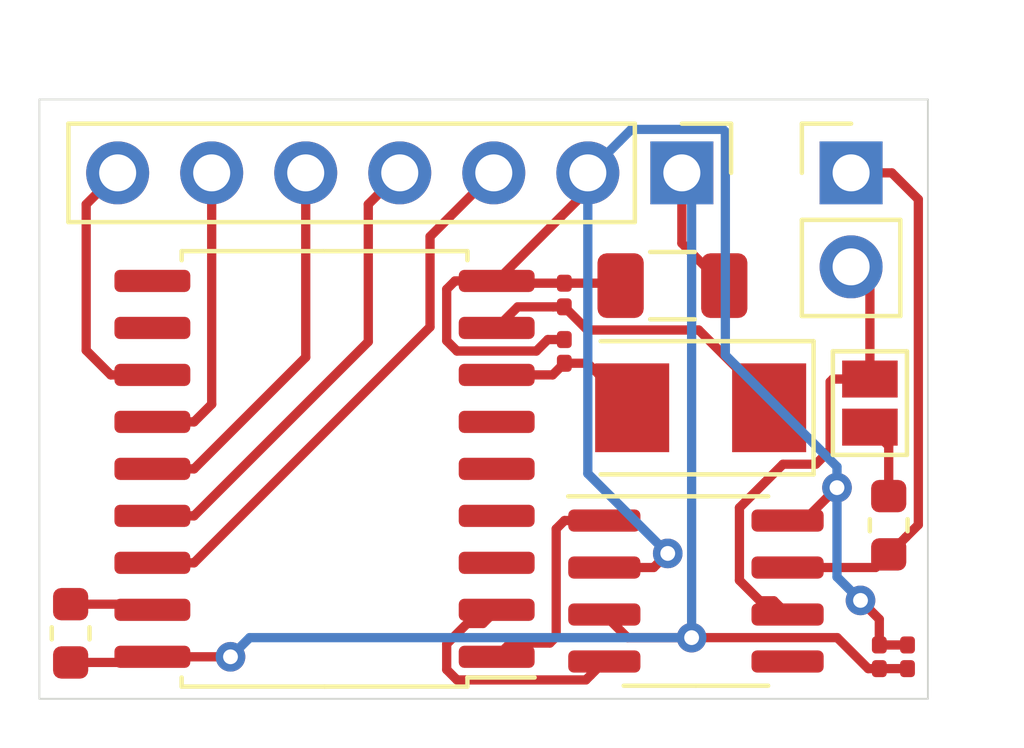
<source format=kicad_pcb>
(kicad_pcb (version 20171130) (host pcbnew "(5.1.4)-1")

  (general
    (thickness 1.6)
    (drawings 4)
    (tracks 117)
    (zones 0)
    (modules 13)
    (nets 23)
  )

  (page A4)
  (layers
    (0 F.Cu signal)
    (31 B.Cu signal)
    (32 B.Adhes user)
    (33 F.Adhes user)
    (34 B.Paste user)
    (35 F.Paste user)
    (36 B.SilkS user)
    (37 F.SilkS user)
    (38 B.Mask user)
    (39 F.Mask user)
    (40 Dwgs.User user)
    (41 Cmts.User user)
    (42 Eco1.User user)
    (43 Eco2.User user)
    (44 Edge.Cuts user)
    (45 Margin user)
    (46 B.CrtYd user)
    (47 F.CrtYd user)
    (48 B.Fab user)
    (49 F.Fab user)
  )

  (setup
    (last_trace_width 0.25)
    (trace_clearance 0.2)
    (zone_clearance 0.508)
    (zone_45_only no)
    (trace_min 0.2)
    (via_size 0.8)
    (via_drill 0.4)
    (via_min_size 0.4)
    (via_min_drill 0.3)
    (uvia_size 0.3)
    (uvia_drill 0.1)
    (uvias_allowed no)
    (uvia_min_size 0.2)
    (uvia_min_drill 0.1)
    (edge_width 0.05)
    (segment_width 0.2)
    (pcb_text_width 0.3)
    (pcb_text_size 1.5 1.5)
    (mod_edge_width 0.12)
    (mod_text_size 1 1)
    (mod_text_width 0.15)
    (pad_size 1.524 1.524)
    (pad_drill 0.762)
    (pad_to_mask_clearance 0.051)
    (solder_mask_min_width 0.25)
    (aux_axis_origin 0 0)
    (visible_elements 7FFFFFFF)
    (pcbplotparams
      (layerselection 0x010fc_ffffffff)
      (usegerberextensions false)
      (usegerberattributes false)
      (usegerberadvancedattributes false)
      (creategerberjobfile false)
      (excludeedgelayer true)
      (linewidth 0.100000)
      (plotframeref false)
      (viasonmask false)
      (mode 1)
      (useauxorigin false)
      (hpglpennumber 1)
      (hpglpenspeed 20)
      (hpglpendiameter 15.000000)
      (psnegative false)
      (psa4output false)
      (plotreference true)
      (plotvalue true)
      (plotinvisibletext false)
      (padsonsilk false)
      (subtractmaskfromsilk false)
      (outputformat 1)
      (mirror false)
      (drillshape 0)
      (scaleselection 1)
      (outputdirectory "gbr/"))
  )

  (net 0 "")
  (net 1 VCC)
  (net 2 GND)
  (net 3 "Net-(C3-Pad1)")
  (net 4 "Net-(C4-Pad1)")
  (net 5 "Net-(J3-Pad1)")
  (net 6 "Net-(J3-Pad2)")
  (net 7 "Net-(J4-Pad3)")
  (net 8 "Net-(J4-Pad4)")
  (net 9 "Net-(J4-Pad5)")
  (net 10 "Net-(J4-Pad6)")
  (net 11 "Net-(J4-Pad7)")
  (net 12 "Net-(JP1-Pad1)")
  (net 13 "Net-(R3-Pad2)")
  (net 14 "Net-(U1-Pad1)")
  (net 15 "Net-(U1-Pad4)")
  (net 16 "Net-(U1-Pad5)")
  (net 17 "Net-(U2-Pad3)")
  (net 18 "Net-(U2-Pad4)")
  (net 19 "Net-(U2-Pad5)")
  (net 20 "Net-(U2-Pad6)")
  (net 21 "Net-(U2-Pad10)")
  (net 22 "Net-(U2-Pad11)")

  (net_class Default "Dies ist die voreingestellte Netzklasse."
    (clearance 0.2)
    (trace_width 0.25)
    (via_dia 0.8)
    (via_drill 0.4)
    (uvia_dia 0.3)
    (uvia_drill 0.1)
    (add_net GND)
    (add_net "Net-(C3-Pad1)")
    (add_net "Net-(C4-Pad1)")
    (add_net "Net-(J3-Pad1)")
    (add_net "Net-(J3-Pad2)")
    (add_net "Net-(J4-Pad3)")
    (add_net "Net-(J4-Pad4)")
    (add_net "Net-(J4-Pad5)")
    (add_net "Net-(J4-Pad6)")
    (add_net "Net-(J4-Pad7)")
    (add_net "Net-(JP1-Pad1)")
    (add_net "Net-(R3-Pad2)")
    (add_net "Net-(U1-Pad1)")
    (add_net "Net-(U1-Pad4)")
    (add_net "Net-(U1-Pad5)")
    (add_net "Net-(U2-Pad10)")
    (add_net "Net-(U2-Pad11)")
    (add_net "Net-(U2-Pad3)")
    (add_net "Net-(U2-Pad4)")
    (add_net "Net-(U2-Pad5)")
    (add_net "Net-(U2-Pad6)")
    (add_net VCC)
  )

  (module Resistor_SMD:R_1206_3216Metric (layer F.Cu) (tedit 5B301BBD) (tstamp 5EA5D17A)
    (at 165.1 103.632 180)
    (descr "Resistor SMD 1206 (3216 Metric), square (rectangular) end terminal, IPC_7351 nominal, (Body size source: http://www.tortai-tech.com/upload/download/2011102023233369053.pdf), generated with kicad-footprint-generator")
    (tags resistor)
    (path /5E9123FE)
    (attr smd)
    (fp_text reference C1 (at 0 -1.82) (layer F.Fab)
      (effects (font (size 1 1) (thickness 0.15)))
    )
    (fp_text value C7171 (at 0 1.82) (layer F.Fab)
      (effects (font (size 1 1) (thickness 0.15)))
    )
    (fp_line (start -1.6 0.8) (end -1.6 -0.8) (layer F.Fab) (width 0.1))
    (fp_line (start -1.6 -0.8) (end 1.6 -0.8) (layer F.Fab) (width 0.1))
    (fp_line (start 1.6 -0.8) (end 1.6 0.8) (layer F.Fab) (width 0.1))
    (fp_line (start 1.6 0.8) (end -1.6 0.8) (layer F.Fab) (width 0.1))
    (fp_line (start -0.602064 -0.91) (end 0.602064 -0.91) (layer F.SilkS) (width 0.12))
    (fp_line (start -0.602064 0.91) (end 0.602064 0.91) (layer F.SilkS) (width 0.12))
    (fp_line (start -2.28 1.12) (end -2.28 -1.12) (layer F.CrtYd) (width 0.05))
    (fp_line (start -2.28 -1.12) (end 2.28 -1.12) (layer F.CrtYd) (width 0.05))
    (fp_line (start 2.28 -1.12) (end 2.28 1.12) (layer F.CrtYd) (width 0.05))
    (fp_line (start 2.28 1.12) (end -2.28 1.12) (layer F.CrtYd) (width 0.05))
    (fp_text user %R (at 0 0) (layer F.Fab)
      (effects (font (size 0.8 0.8) (thickness 0.12)))
    )
    (pad 1 smd roundrect (at -1.4 0 180) (size 1.25 1.75) (layers F.Cu F.Paste F.Mask) (roundrect_rratio 0.2)
      (net 1 VCC))
    (pad 2 smd roundrect (at 1.4 0 180) (size 1.25 1.75) (layers F.Cu F.Paste F.Mask) (roundrect_rratio 0.2)
      (net 2 GND))
    (model ${KISYS3DMOD}/Resistor_SMD.3dshapes/R_1206_3216Metric.wrl
      (at (xyz 0 0 0))
      (scale (xyz 1 1 1))
      (rotate (xyz 0 0 0))
    )
  )

  (module Capacitor_SMD:C_0201_0603Metric (layer F.Cu) (tedit 5B301BBE) (tstamp 5EA5D18B)
    (at 170.688 113.665 90)
    (descr "Capacitor SMD 0201 (0603 Metric), square (rectangular) end terminal, IPC_7351 nominal, (Body size source: https://www.vishay.com/docs/20052/crcw0201e3.pdf), generated with kicad-footprint-generator")
    (tags capacitor)
    (path /5E912C6B)
    (attr smd)
    (fp_text reference C2 (at 0.762 -2.54 90) (layer F.Fab)
      (effects (font (size 1 1) (thickness 0.15)))
    )
    (fp_text value 0,1uF (at 0 1.05 90) (layer F.Fab)
      (effects (font (size 1 1) (thickness 0.15)))
    )
    (fp_text user %R (at 0 -0.68 90) (layer F.Fab)
      (effects (font (size 0.25 0.25) (thickness 0.04)))
    )
    (fp_line (start 0.7 0.35) (end -0.7 0.35) (layer F.CrtYd) (width 0.05))
    (fp_line (start 0.7 -0.35) (end 0.7 0.35) (layer F.CrtYd) (width 0.05))
    (fp_line (start -0.7 -0.35) (end 0.7 -0.35) (layer F.CrtYd) (width 0.05))
    (fp_line (start -0.7 0.35) (end -0.7 -0.35) (layer F.CrtYd) (width 0.05))
    (fp_line (start 0.3 0.15) (end -0.3 0.15) (layer F.Fab) (width 0.1))
    (fp_line (start 0.3 -0.15) (end 0.3 0.15) (layer F.Fab) (width 0.1))
    (fp_line (start -0.3 -0.15) (end 0.3 -0.15) (layer F.Fab) (width 0.1))
    (fp_line (start -0.3 0.15) (end -0.3 -0.15) (layer F.Fab) (width 0.1))
    (pad 2 smd roundrect (at 0.32 0 90) (size 0.46 0.4) (layers F.Cu F.Mask) (roundrect_rratio 0.25)
      (net 2 GND))
    (pad 1 smd roundrect (at -0.32 0 90) (size 0.46 0.4) (layers F.Cu F.Mask) (roundrect_rratio 0.25)
      (net 1 VCC))
    (pad "" smd roundrect (at 0.345 0 90) (size 0.318 0.36) (layers F.Paste) (roundrect_rratio 0.25))
    (pad "" smd roundrect (at -0.345 0 90) (size 0.318 0.36) (layers F.Paste) (roundrect_rratio 0.25))
    (model ${KISYS3DMOD}/Capacitor_SMD.3dshapes/C_0201_0603Metric.wrl
      (at (xyz 0 0 0))
      (scale (xyz 1 1 1))
      (rotate (xyz 0 0 0))
    )
  )

  (module Capacitor_SMD:C_0201_0603Metric (layer F.Cu) (tedit 5B301BBE) (tstamp 5EA5D19C)
    (at 162.179 105.41 90)
    (descr "Capacitor SMD 0201 (0603 Metric), square (rectangular) end terminal, IPC_7351 nominal, (Body size source: https://www.vishay.com/docs/20052/crcw0201e3.pdf), generated with kicad-footprint-generator")
    (tags capacitor)
    (path /5E8FC944)
    (attr smd)
    (fp_text reference C3 (at 0 -1.05 90) (layer F.Fab)
      (effects (font (size 1 1) (thickness 0.15)))
    )
    (fp_text value 22pF (at 0 1.05 90) (layer F.Fab)
      (effects (font (size 1 1) (thickness 0.15)))
    )
    (fp_text user %R (at 0 -0.68 90) (layer F.Fab)
      (effects (font (size 0.25 0.25) (thickness 0.04)))
    )
    (fp_line (start 0.7 0.35) (end -0.7 0.35) (layer F.CrtYd) (width 0.05))
    (fp_line (start 0.7 -0.35) (end 0.7 0.35) (layer F.CrtYd) (width 0.05))
    (fp_line (start -0.7 -0.35) (end 0.7 -0.35) (layer F.CrtYd) (width 0.05))
    (fp_line (start -0.7 0.35) (end -0.7 -0.35) (layer F.CrtYd) (width 0.05))
    (fp_line (start 0.3 0.15) (end -0.3 0.15) (layer F.Fab) (width 0.1))
    (fp_line (start 0.3 -0.15) (end 0.3 0.15) (layer F.Fab) (width 0.1))
    (fp_line (start -0.3 -0.15) (end 0.3 -0.15) (layer F.Fab) (width 0.1))
    (fp_line (start -0.3 0.15) (end -0.3 -0.15) (layer F.Fab) (width 0.1))
    (pad 2 smd roundrect (at 0.32 0 90) (size 0.46 0.4) (layers F.Cu F.Mask) (roundrect_rratio 0.25)
      (net 2 GND))
    (pad 1 smd roundrect (at -0.32 0 90) (size 0.46 0.4) (layers F.Cu F.Mask) (roundrect_rratio 0.25)
      (net 3 "Net-(C3-Pad1)"))
    (pad "" smd roundrect (at 0.345 0 90) (size 0.318 0.36) (layers F.Paste) (roundrect_rratio 0.25))
    (pad "" smd roundrect (at -0.345 0 90) (size 0.318 0.36) (layers F.Paste) (roundrect_rratio 0.25))
    (model ${KISYS3DMOD}/Capacitor_SMD.3dshapes/C_0201_0603Metric.wrl
      (at (xyz 0 0 0))
      (scale (xyz 1 1 1))
      (rotate (xyz 0 0 0))
    )
  )

  (module Capacitor_SMD:C_0201_0603Metric (layer F.Cu) (tedit 5B301BBE) (tstamp 5EA5D1AD)
    (at 162.179 103.886 90)
    (descr "Capacitor SMD 0201 (0603 Metric), square (rectangular) end terminal, IPC_7351 nominal, (Body size source: https://www.vishay.com/docs/20052/crcw0201e3.pdf), generated with kicad-footprint-generator")
    (tags capacitor)
    (path /5E8FD77A)
    (attr smd)
    (fp_text reference C4 (at 0 -1.05 90) (layer F.Fab)
      (effects (font (size 1 1) (thickness 0.15)))
    )
    (fp_text value 22pF (at 0 1.05 90) (layer F.Fab)
      (effects (font (size 1 1) (thickness 0.15)))
    )
    (fp_line (start -0.3 0.15) (end -0.3 -0.15) (layer F.Fab) (width 0.1))
    (fp_line (start -0.3 -0.15) (end 0.3 -0.15) (layer F.Fab) (width 0.1))
    (fp_line (start 0.3 -0.15) (end 0.3 0.15) (layer F.Fab) (width 0.1))
    (fp_line (start 0.3 0.15) (end -0.3 0.15) (layer F.Fab) (width 0.1))
    (fp_line (start -0.7 0.35) (end -0.7 -0.35) (layer F.CrtYd) (width 0.05))
    (fp_line (start -0.7 -0.35) (end 0.7 -0.35) (layer F.CrtYd) (width 0.05))
    (fp_line (start 0.7 -0.35) (end 0.7 0.35) (layer F.CrtYd) (width 0.05))
    (fp_line (start 0.7 0.35) (end -0.7 0.35) (layer F.CrtYd) (width 0.05))
    (fp_text user %R (at 0 -0.68 90) (layer F.Fab)
      (effects (font (size 0.25 0.25) (thickness 0.04)))
    )
    (pad "" smd roundrect (at -0.345 0 90) (size 0.318 0.36) (layers F.Paste) (roundrect_rratio 0.25))
    (pad "" smd roundrect (at 0.345 0 90) (size 0.318 0.36) (layers F.Paste) (roundrect_rratio 0.25))
    (pad 1 smd roundrect (at -0.32 0 90) (size 0.46 0.4) (layers F.Cu F.Mask) (roundrect_rratio 0.25)
      (net 4 "Net-(C4-Pad1)"))
    (pad 2 smd roundrect (at 0.32 0 90) (size 0.46 0.4) (layers F.Cu F.Mask) (roundrect_rratio 0.25)
      (net 2 GND))
    (model ${KISYS3DMOD}/Capacitor_SMD.3dshapes/C_0201_0603Metric.wrl
      (at (xyz 0 0 0))
      (scale (xyz 1 1 1))
      (rotate (xyz 0 0 0))
    )
  )

  (module Capacitor_SMD:C_0201_0603Metric (layer F.Cu) (tedit 5B301BBE) (tstamp 5EA5D1BE)
    (at 171.45 113.665 90)
    (descr "Capacitor SMD 0201 (0603 Metric), square (rectangular) end terminal, IPC_7351 nominal, (Body size source: https://www.vishay.com/docs/20052/crcw0201e3.pdf), generated with kicad-footprint-generator")
    (tags capacitor)
    (path /5E913314)
    (attr smd)
    (fp_text reference C5 (at 0.508 -2.54 90) (layer F.Fab)
      (effects (font (size 1 1) (thickness 0.15)))
    )
    (fp_text value 0,1uF (at 0 1.05 90) (layer F.Fab)
      (effects (font (size 1 1) (thickness 0.15)))
    )
    (fp_line (start -0.3 0.15) (end -0.3 -0.15) (layer F.Fab) (width 0.1))
    (fp_line (start -0.3 -0.15) (end 0.3 -0.15) (layer F.Fab) (width 0.1))
    (fp_line (start 0.3 -0.15) (end 0.3 0.15) (layer F.Fab) (width 0.1))
    (fp_line (start 0.3 0.15) (end -0.3 0.15) (layer F.Fab) (width 0.1))
    (fp_line (start -0.7 0.35) (end -0.7 -0.35) (layer F.CrtYd) (width 0.05))
    (fp_line (start -0.7 -0.35) (end 0.7 -0.35) (layer F.CrtYd) (width 0.05))
    (fp_line (start 0.7 -0.35) (end 0.7 0.35) (layer F.CrtYd) (width 0.05))
    (fp_line (start 0.7 0.35) (end -0.7 0.35) (layer F.CrtYd) (width 0.05))
    (fp_text user %R (at 0 -0.68 90) (layer F.Fab)
      (effects (font (size 0.25 0.25) (thickness 0.04)))
    )
    (pad "" smd roundrect (at -0.345 0 90) (size 0.318 0.36) (layers F.Paste) (roundrect_rratio 0.25))
    (pad "" smd roundrect (at 0.345 0 90) (size 0.318 0.36) (layers F.Paste) (roundrect_rratio 0.25))
    (pad 1 smd roundrect (at -0.32 0 90) (size 0.46 0.4) (layers F.Cu F.Mask) (roundrect_rratio 0.25)
      (net 1 VCC))
    (pad 2 smd roundrect (at 0.32 0 90) (size 0.46 0.4) (layers F.Cu F.Mask) (roundrect_rratio 0.25)
      (net 2 GND))
    (model ${KISYS3DMOD}/Capacitor_SMD.3dshapes/C_0201_0603Metric.wrl
      (at (xyz 0 0 0))
      (scale (xyz 1 1 1))
      (rotate (xyz 0 0 0))
    )
  )

  (module Connector_PinHeader_2.54mm:PinHeader_1x02_P2.54mm_Vertical (layer F.Cu) (tedit 59FED5CC) (tstamp 5EA5D1D4)
    (at 169.926 100.584)
    (descr "Through hole straight pin header, 1x02, 2.54mm pitch, single row")
    (tags "Through hole pin header THT 1x02 2.54mm single row")
    (path /5E8F7136)
    (fp_text reference J3 (at -0.127 -0.254) (layer F.Fab)
      (effects (font (size 1 1) (thickness 0.15)))
    )
    (fp_text value Conn_01x02 (at 0 4.87) (layer F.Fab)
      (effects (font (size 1 1) (thickness 0.15)))
    )
    (fp_line (start -0.635 -1.27) (end 1.27 -1.27) (layer F.Fab) (width 0.1))
    (fp_line (start 1.27 -1.27) (end 1.27 3.81) (layer F.Fab) (width 0.1))
    (fp_line (start 1.27 3.81) (end -1.27 3.81) (layer F.Fab) (width 0.1))
    (fp_line (start -1.27 3.81) (end -1.27 -0.635) (layer F.Fab) (width 0.1))
    (fp_line (start -1.27 -0.635) (end -0.635 -1.27) (layer F.Fab) (width 0.1))
    (fp_line (start -1.33 3.87) (end 1.33 3.87) (layer F.SilkS) (width 0.12))
    (fp_line (start -1.33 1.27) (end -1.33 3.87) (layer F.SilkS) (width 0.12))
    (fp_line (start 1.33 1.27) (end 1.33 3.87) (layer F.SilkS) (width 0.12))
    (fp_line (start -1.33 1.27) (end 1.33 1.27) (layer F.SilkS) (width 0.12))
    (fp_line (start -1.33 0) (end -1.33 -1.33) (layer F.SilkS) (width 0.12))
    (fp_line (start -1.33 -1.33) (end 0 -1.33) (layer F.SilkS) (width 0.12))
    (fp_line (start -1.8 -1.8) (end -1.8 4.35) (layer F.CrtYd) (width 0.05))
    (fp_line (start -1.8 4.35) (end 1.8 4.35) (layer F.CrtYd) (width 0.05))
    (fp_line (start 1.8 4.35) (end 1.8 -1.8) (layer F.CrtYd) (width 0.05))
    (fp_line (start 1.8 -1.8) (end -1.8 -1.8) (layer F.CrtYd) (width 0.05))
    (fp_text user %R (at 0 1.27 90) (layer F.Fab)
      (effects (font (size 1 1) (thickness 0.15)))
    )
    (pad 1 thru_hole rect (at 0 0) (size 1.7 1.7) (drill 1) (layers *.Cu *.Mask)
      (net 5 "Net-(J3-Pad1)"))
    (pad 2 thru_hole oval (at 0 2.54) (size 1.7 1.7) (drill 1) (layers *.Cu *.Mask)
      (net 6 "Net-(J3-Pad2)"))
    (model ${KISYS3DMOD}/Connector_PinHeader_2.54mm.3dshapes/PinHeader_1x02_P2.54mm_Vertical.wrl
      (at (xyz 0 0 0))
      (scale (xyz 1 1 1))
      (rotate (xyz 0 0 0))
    )
  )

  (module Connector_PinHeader_2.54mm:PinHeader_1x07_P2.54mm_Vertical (layer F.Cu) (tedit 59FED5CC) (tstamp 5EA5D1EF)
    (at 165.354 100.584 270)
    (descr "Through hole straight pin header, 1x07, 2.54mm pitch, single row")
    (tags "Through hole pin header THT 1x07 2.54mm single row")
    (path /5E8EF748)
    (fp_text reference J4 (at 0 -2.33 90) (layer F.Fab)
      (effects (font (size 1 1) (thickness 0.15)))
    )
    (fp_text value Conn_01x07 (at 0 17.57 90) (layer F.Fab)
      (effects (font (size 1 1) (thickness 0.15)))
    )
    (fp_line (start -0.635 -1.27) (end 1.27 -1.27) (layer F.Fab) (width 0.1))
    (fp_line (start 1.27 -1.27) (end 1.27 16.51) (layer F.Fab) (width 0.1))
    (fp_line (start 1.27 16.51) (end -1.27 16.51) (layer F.Fab) (width 0.1))
    (fp_line (start -1.27 16.51) (end -1.27 -0.635) (layer F.Fab) (width 0.1))
    (fp_line (start -1.27 -0.635) (end -0.635 -1.27) (layer F.Fab) (width 0.1))
    (fp_line (start -1.33 16.57) (end 1.33 16.57) (layer F.SilkS) (width 0.12))
    (fp_line (start -1.33 1.27) (end -1.33 16.57) (layer F.SilkS) (width 0.12))
    (fp_line (start 1.33 1.27) (end 1.33 16.57) (layer F.SilkS) (width 0.12))
    (fp_line (start -1.33 1.27) (end 1.33 1.27) (layer F.SilkS) (width 0.12))
    (fp_line (start -1.33 0) (end -1.33 -1.33) (layer F.SilkS) (width 0.12))
    (fp_line (start -1.33 -1.33) (end 0 -1.33) (layer F.SilkS) (width 0.12))
    (fp_line (start -1.8 -1.8) (end -1.8 17.05) (layer F.CrtYd) (width 0.05))
    (fp_line (start -1.8 17.05) (end 1.8 17.05) (layer F.CrtYd) (width 0.05))
    (fp_line (start 1.8 17.05) (end 1.8 -1.8) (layer F.CrtYd) (width 0.05))
    (fp_line (start 1.8 -1.8) (end -1.8 -1.8) (layer F.CrtYd) (width 0.05))
    (fp_text user %R (at 0 7.62) (layer F.Fab)
      (effects (font (size 1 1) (thickness 0.15)))
    )
    (pad 1 thru_hole rect (at 0 0 270) (size 1.7 1.7) (drill 1) (layers *.Cu *.Mask)
      (net 1 VCC))
    (pad 2 thru_hole oval (at 0 2.54 270) (size 1.7 1.7) (drill 1) (layers *.Cu *.Mask)
      (net 2 GND))
    (pad 3 thru_hole oval (at 0 5.08 270) (size 1.7 1.7) (drill 1) (layers *.Cu *.Mask)
      (net 7 "Net-(J4-Pad3)"))
    (pad 4 thru_hole oval (at 0 7.62 270) (size 1.7 1.7) (drill 1) (layers *.Cu *.Mask)
      (net 8 "Net-(J4-Pad4)"))
    (pad 5 thru_hole oval (at 0 10.16 270) (size 1.7 1.7) (drill 1) (layers *.Cu *.Mask)
      (net 9 "Net-(J4-Pad5)"))
    (pad 6 thru_hole oval (at 0 12.7 270) (size 1.7 1.7) (drill 1) (layers *.Cu *.Mask)
      (net 10 "Net-(J4-Pad6)"))
    (pad 7 thru_hole oval (at 0 15.24 270) (size 1.7 1.7) (drill 1) (layers *.Cu *.Mask)
      (net 11 "Net-(J4-Pad7)"))
    (model ${KISYS3DMOD}/Connector_PinHeader_2.54mm.3dshapes/PinHeader_1x07_P2.54mm_Vertical.wrl
      (at (xyz 0 0 0))
      (scale (xyz 1 1 1))
      (rotate (xyz 0 0 0))
    )
  )

  (module Jumper:SolderJumper-2_P1.3mm_Open_Pad1.0x1.5mm (layer F.Cu) (tedit 5A3EABFC) (tstamp 5EA5D1FD)
    (at 170.434 106.807 90)
    (descr "SMD Solder Jumper, 1x1.5mm Pads, 0.3mm gap, open")
    (tags "solder jumper open")
    (path /5EA60D30)
    (attr virtual)
    (fp_text reference JP1 (at 0 -1.8 90) (layer F.Fab)
      (effects (font (size 1 1) (thickness 0.15)))
    )
    (fp_text value SolderJumper_2_Open (at 0.381 -1.651 90) (layer F.Fab)
      (effects (font (size 1 1) (thickness 0.15)))
    )
    (fp_line (start -1.4 1) (end -1.4 -1) (layer F.SilkS) (width 0.12))
    (fp_line (start 1.4 1) (end -1.4 1) (layer F.SilkS) (width 0.12))
    (fp_line (start 1.4 -1) (end 1.4 1) (layer F.SilkS) (width 0.12))
    (fp_line (start -1.4 -1) (end 1.4 -1) (layer F.SilkS) (width 0.12))
    (fp_line (start -1.65 -1.25) (end 1.65 -1.25) (layer F.CrtYd) (width 0.05))
    (fp_line (start -1.65 -1.25) (end -1.65 1.25) (layer F.CrtYd) (width 0.05))
    (fp_line (start 1.65 1.25) (end 1.65 -1.25) (layer F.CrtYd) (width 0.05))
    (fp_line (start 1.65 1.25) (end -1.65 1.25) (layer F.CrtYd) (width 0.05))
    (pad 2 smd rect (at 0.65 0 90) (size 1 1.5) (layers F.Cu F.Mask)
      (net 6 "Net-(J3-Pad2)"))
    (pad 1 smd rect (at -0.65 0 90) (size 1 1.5) (layers F.Cu F.Mask)
      (net 12 "Net-(JP1-Pad1)"))
  )

  (module Resistor_SMD:R_0603_1608Metric (layer F.Cu) (tedit 5B301BBD) (tstamp 5EA5D20E)
    (at 170.942 110.109 270)
    (descr "Resistor SMD 0603 (1608 Metric), square (rectangular) end terminal, IPC_7351 nominal, (Body size source: http://www.tortai-tech.com/upload/download/2011102023233369053.pdf), generated with kicad-footprint-generator")
    (tags resistor)
    (path /5E8FF39E)
    (attr smd)
    (fp_text reference R2 (at 0.127 -0.127 90) (layer F.Fab)
      (effects (font (size 1 1) (thickness 0.15)))
    )
    (fp_text value 120R (at 0 1.43 90) (layer F.Fab)
      (effects (font (size 1 1) (thickness 0.15)))
    )
    (fp_text user %R (at 0 0 90) (layer F.Fab)
      (effects (font (size 0.4 0.4) (thickness 0.06)))
    )
    (fp_line (start 1.48 0.73) (end -1.48 0.73) (layer F.CrtYd) (width 0.05))
    (fp_line (start 1.48 -0.73) (end 1.48 0.73) (layer F.CrtYd) (width 0.05))
    (fp_line (start -1.48 -0.73) (end 1.48 -0.73) (layer F.CrtYd) (width 0.05))
    (fp_line (start -1.48 0.73) (end -1.48 -0.73) (layer F.CrtYd) (width 0.05))
    (fp_line (start -0.162779 0.51) (end 0.162779 0.51) (layer F.SilkS) (width 0.12))
    (fp_line (start -0.162779 -0.51) (end 0.162779 -0.51) (layer F.SilkS) (width 0.12))
    (fp_line (start 0.8 0.4) (end -0.8 0.4) (layer F.Fab) (width 0.1))
    (fp_line (start 0.8 -0.4) (end 0.8 0.4) (layer F.Fab) (width 0.1))
    (fp_line (start -0.8 -0.4) (end 0.8 -0.4) (layer F.Fab) (width 0.1))
    (fp_line (start -0.8 0.4) (end -0.8 -0.4) (layer F.Fab) (width 0.1))
    (pad 2 smd roundrect (at 0.7875 0 270) (size 0.875 0.95) (layers F.Cu F.Paste F.Mask) (roundrect_rratio 0.25)
      (net 5 "Net-(J3-Pad1)"))
    (pad 1 smd roundrect (at -0.7875 0 270) (size 0.875 0.95) (layers F.Cu F.Paste F.Mask) (roundrect_rratio 0.25)
      (net 12 "Net-(JP1-Pad1)"))
    (model ${KISYS3DMOD}/Resistor_SMD.3dshapes/R_0603_1608Metric.wrl
      (at (xyz 0 0 0))
      (scale (xyz 1 1 1))
      (rotate (xyz 0 0 0))
    )
  )

  (module Resistor_SMD:R_0603_1608Metric (layer F.Cu) (tedit 5B301BBD) (tstamp 5EA5D21F)
    (at 148.844 113.03 90)
    (descr "Resistor SMD 0603 (1608 Metric), square (rectangular) end terminal, IPC_7351 nominal, (Body size source: http://www.tortai-tech.com/upload/download/2011102023233369053.pdf), generated with kicad-footprint-generator")
    (tags resistor)
    (path /5E910CBA)
    (attr smd)
    (fp_text reference R3 (at 0 0 90) (layer F.Fab)
      (effects (font (size 1 1) (thickness 0.15)))
    )
    (fp_text value 10k (at 0 1.43 90) (layer F.Fab)
      (effects (font (size 1 1) (thickness 0.15)))
    )
    (fp_line (start -0.8 0.4) (end -0.8 -0.4) (layer F.Fab) (width 0.1))
    (fp_line (start -0.8 -0.4) (end 0.8 -0.4) (layer F.Fab) (width 0.1))
    (fp_line (start 0.8 -0.4) (end 0.8 0.4) (layer F.Fab) (width 0.1))
    (fp_line (start 0.8 0.4) (end -0.8 0.4) (layer F.Fab) (width 0.1))
    (fp_line (start -0.162779 -0.51) (end 0.162779 -0.51) (layer F.SilkS) (width 0.12))
    (fp_line (start -0.162779 0.51) (end 0.162779 0.51) (layer F.SilkS) (width 0.12))
    (fp_line (start -1.48 0.73) (end -1.48 -0.73) (layer F.CrtYd) (width 0.05))
    (fp_line (start -1.48 -0.73) (end 1.48 -0.73) (layer F.CrtYd) (width 0.05))
    (fp_line (start 1.48 -0.73) (end 1.48 0.73) (layer F.CrtYd) (width 0.05))
    (fp_line (start 1.48 0.73) (end -1.48 0.73) (layer F.CrtYd) (width 0.05))
    (fp_text user %R (at 0 0 90) (layer F.Fab)
      (effects (font (size 0.4 0.4) (thickness 0.06)))
    )
    (pad 1 smd roundrect (at -0.7875 0 90) (size 0.875 0.95) (layers F.Cu F.Paste F.Mask) (roundrect_rratio 0.25)
      (net 1 VCC))
    (pad 2 smd roundrect (at 0.7875 0 90) (size 0.875 0.95) (layers F.Cu F.Paste F.Mask) (roundrect_rratio 0.25)
      (net 13 "Net-(R3-Pad2)"))
    (model ${KISYS3DMOD}/Resistor_SMD.3dshapes/R_0603_1608Metric.wrl
      (at (xyz 0 0 0))
      (scale (xyz 1 1 1))
      (rotate (xyz 0 0 0))
    )
  )

  (module Package_SO:SOIC-8_3.9x4.9mm_P1.27mm (layer F.Cu) (tedit 5C97300E) (tstamp 5EA5D239)
    (at 165.735 111.887)
    (descr "SOIC, 8 Pin (JEDEC MS-012AA, https://www.analog.com/media/en/package-pcb-resources/package/pkg_pdf/soic_narrow-r/r_8.pdf), generated with kicad-footprint-generator ipc_gullwing_generator.py")
    (tags "SOIC SO")
    (path /5E8F7AB8)
    (attr smd)
    (fp_text reference U1 (at 0 -3.4) (layer F.Fab)
      (effects (font (size 1 1) (thickness 0.15)))
    )
    (fp_text value TJA1051T (at 0 3.4) (layer F.Fab)
      (effects (font (size 1 1) (thickness 0.15)))
    )
    (fp_line (start 0 2.56) (end 1.95 2.56) (layer F.SilkS) (width 0.12))
    (fp_line (start 0 2.56) (end -1.95 2.56) (layer F.SilkS) (width 0.12))
    (fp_line (start 0 -2.56) (end 1.95 -2.56) (layer F.SilkS) (width 0.12))
    (fp_line (start 0 -2.56) (end -3.45 -2.56) (layer F.SilkS) (width 0.12))
    (fp_line (start -0.975 -2.45) (end 1.95 -2.45) (layer F.Fab) (width 0.1))
    (fp_line (start 1.95 -2.45) (end 1.95 2.45) (layer F.Fab) (width 0.1))
    (fp_line (start 1.95 2.45) (end -1.95 2.45) (layer F.Fab) (width 0.1))
    (fp_line (start -1.95 2.45) (end -1.95 -1.475) (layer F.Fab) (width 0.1))
    (fp_line (start -1.95 -1.475) (end -0.975 -2.45) (layer F.Fab) (width 0.1))
    (fp_line (start -3.7 -2.7) (end -3.7 2.7) (layer F.CrtYd) (width 0.05))
    (fp_line (start -3.7 2.7) (end 3.7 2.7) (layer F.CrtYd) (width 0.05))
    (fp_line (start 3.7 2.7) (end 3.7 -2.7) (layer F.CrtYd) (width 0.05))
    (fp_line (start 3.7 -2.7) (end -3.7 -2.7) (layer F.CrtYd) (width 0.05))
    (fp_text user %R (at 0 0) (layer F.Fab)
      (effects (font (size 0.98 0.98) (thickness 0.15)))
    )
    (pad 1 smd roundrect (at -2.475 -1.905) (size 1.95 0.6) (layers F.Cu F.Paste F.Mask) (roundrect_rratio 0.25)
      (net 14 "Net-(U1-Pad1)"))
    (pad 2 smd roundrect (at -2.475 -0.635) (size 1.95 0.6) (layers F.Cu F.Paste F.Mask) (roundrect_rratio 0.25)
      (net 2 GND))
    (pad 3 smd roundrect (at -2.475 0.635) (size 1.95 0.6) (layers F.Cu F.Paste F.Mask) (roundrect_rratio 0.25)
      (net 1 VCC))
    (pad 4 smd roundrect (at -2.475 1.905) (size 1.95 0.6) (layers F.Cu F.Paste F.Mask) (roundrect_rratio 0.25)
      (net 15 "Net-(U1-Pad4)"))
    (pad 5 smd roundrect (at 2.475 1.905) (size 1.95 0.6) (layers F.Cu F.Paste F.Mask) (roundrect_rratio 0.25)
      (net 16 "Net-(U1-Pad5)"))
    (pad 6 smd roundrect (at 2.475 0.635) (size 1.95 0.6) (layers F.Cu F.Paste F.Mask) (roundrect_rratio 0.25)
      (net 6 "Net-(J3-Pad2)"))
    (pad 7 smd roundrect (at 2.475 -0.635) (size 1.95 0.6) (layers F.Cu F.Paste F.Mask) (roundrect_rratio 0.25)
      (net 5 "Net-(J3-Pad1)"))
    (pad 8 smd roundrect (at 2.475 -1.905) (size 1.95 0.6) (layers F.Cu F.Paste F.Mask) (roundrect_rratio 0.25)
      (net 2 GND))
    (model ${KISYS3DMOD}/Package_SO.3dshapes/SOIC-8_3.9x4.9mm_P1.27mm.wrl
      (at (xyz 0 0 0))
      (scale (xyz 1 1 1))
      (rotate (xyz 0 0 0))
    )
  )

  (module Package_SO:SOIC-18W_7.5x11.6mm_P1.27mm (layer F.Cu) (tedit 5C97300E) (tstamp 5EA5D262)
    (at 155.702 108.585 180)
    (descr "SOIC, 18 Pin (JEDEC MS-013AB, https://www.analog.com/media/en/package-pcb-resources/package/33254132129439rw_18.pdf), generated with kicad-footprint-generator ipc_gullwing_generator.py")
    (tags "SOIC SO")
    (path /5E8F23AE)
    (attr smd)
    (fp_text reference U2 (at 0 -1.27) (layer F.Fab)
      (effects (font (size 1 1) (thickness 0.15)))
    )
    (fp_text value MCP2515-xSO (at 0 6.72) (layer F.Fab)
      (effects (font (size 1 1) (thickness 0.15)))
    )
    (fp_line (start 0 5.885) (end 3.86 5.885) (layer F.SilkS) (width 0.12))
    (fp_line (start 3.86 5.885) (end 3.86 5.64) (layer F.SilkS) (width 0.12))
    (fp_line (start 0 5.885) (end -3.86 5.885) (layer F.SilkS) (width 0.12))
    (fp_line (start -3.86 5.885) (end -3.86 5.64) (layer F.SilkS) (width 0.12))
    (fp_line (start 0 -5.885) (end 3.86 -5.885) (layer F.SilkS) (width 0.12))
    (fp_line (start 3.86 -5.885) (end 3.86 -5.64) (layer F.SilkS) (width 0.12))
    (fp_line (start 0 -5.885) (end -3.86 -5.885) (layer F.SilkS) (width 0.12))
    (fp_line (start -3.86 -5.885) (end -3.86 -5.64) (layer F.SilkS) (width 0.12))
    (fp_line (start -3.86 -5.64) (end -5.675 -5.64) (layer F.SilkS) (width 0.12))
    (fp_line (start -2.75 -5.775) (end 3.75 -5.775) (layer F.Fab) (width 0.1))
    (fp_line (start 3.75 -5.775) (end 3.75 5.775) (layer F.Fab) (width 0.1))
    (fp_line (start 3.75 5.775) (end -3.75 5.775) (layer F.Fab) (width 0.1))
    (fp_line (start -3.75 5.775) (end -3.75 -4.775) (layer F.Fab) (width 0.1))
    (fp_line (start -3.75 -4.775) (end -2.75 -5.775) (layer F.Fab) (width 0.1))
    (fp_line (start -5.93 -6.02) (end -5.93 6.02) (layer F.CrtYd) (width 0.05))
    (fp_line (start -5.93 6.02) (end 5.93 6.02) (layer F.CrtYd) (width 0.05))
    (fp_line (start 5.93 6.02) (end 5.93 -6.02) (layer F.CrtYd) (width 0.05))
    (fp_line (start 5.93 -6.02) (end -5.93 -6.02) (layer F.CrtYd) (width 0.05))
    (fp_text user %R (at 0 0) (layer F.Fab)
      (effects (font (size 1 1) (thickness 0.15)))
    )
    (pad 1 smd roundrect (at -4.65 -5.08 180) (size 2.05 0.6) (layers F.Cu F.Paste F.Mask) (roundrect_rratio 0.25)
      (net 14 "Net-(U1-Pad1)"))
    (pad 2 smd roundrect (at -4.65 -3.81 180) (size 2.05 0.6) (layers F.Cu F.Paste F.Mask) (roundrect_rratio 0.25)
      (net 15 "Net-(U1-Pad4)"))
    (pad 3 smd roundrect (at -4.65 -2.54 180) (size 2.05 0.6) (layers F.Cu F.Paste F.Mask) (roundrect_rratio 0.25)
      (net 17 "Net-(U2-Pad3)"))
    (pad 4 smd roundrect (at -4.65 -1.27 180) (size 2.05 0.6) (layers F.Cu F.Paste F.Mask) (roundrect_rratio 0.25)
      (net 18 "Net-(U2-Pad4)"))
    (pad 5 smd roundrect (at -4.65 0 180) (size 2.05 0.6) (layers F.Cu F.Paste F.Mask) (roundrect_rratio 0.25)
      (net 19 "Net-(U2-Pad5)"))
    (pad 6 smd roundrect (at -4.65 1.27 180) (size 2.05 0.6) (layers F.Cu F.Paste F.Mask) (roundrect_rratio 0.25)
      (net 20 "Net-(U2-Pad6)"))
    (pad 7 smd roundrect (at -4.65 2.54 180) (size 2.05 0.6) (layers F.Cu F.Paste F.Mask) (roundrect_rratio 0.25)
      (net 3 "Net-(C3-Pad1)"))
    (pad 8 smd roundrect (at -4.65 3.81 180) (size 2.05 0.6) (layers F.Cu F.Paste F.Mask) (roundrect_rratio 0.25)
      (net 4 "Net-(C4-Pad1)"))
    (pad 9 smd roundrect (at -4.65 5.08 180) (size 2.05 0.6) (layers F.Cu F.Paste F.Mask) (roundrect_rratio 0.25)
      (net 2 GND))
    (pad 10 smd roundrect (at 4.65 5.08 180) (size 2.05 0.6) (layers F.Cu F.Paste F.Mask) (roundrect_rratio 0.25)
      (net 21 "Net-(U2-Pad10)"))
    (pad 11 smd roundrect (at 4.65 3.81 180) (size 2.05 0.6) (layers F.Cu F.Paste F.Mask) (roundrect_rratio 0.25)
      (net 22 "Net-(U2-Pad11)"))
    (pad 12 smd roundrect (at 4.65 2.54 180) (size 2.05 0.6) (layers F.Cu F.Paste F.Mask) (roundrect_rratio 0.25)
      (net 11 "Net-(J4-Pad7)"))
    (pad 13 smd roundrect (at 4.65 1.27 180) (size 2.05 0.6) (layers F.Cu F.Paste F.Mask) (roundrect_rratio 0.25)
      (net 10 "Net-(J4-Pad6)"))
    (pad 14 smd roundrect (at 4.65 0 180) (size 2.05 0.6) (layers F.Cu F.Paste F.Mask) (roundrect_rratio 0.25)
      (net 9 "Net-(J4-Pad5)"))
    (pad 15 smd roundrect (at 4.65 -1.27 180) (size 2.05 0.6) (layers F.Cu F.Paste F.Mask) (roundrect_rratio 0.25)
      (net 8 "Net-(J4-Pad4)"))
    (pad 16 smd roundrect (at 4.65 -2.54 180) (size 2.05 0.6) (layers F.Cu F.Paste F.Mask) (roundrect_rratio 0.25)
      (net 7 "Net-(J4-Pad3)"))
    (pad 17 smd roundrect (at 4.65 -3.81 180) (size 2.05 0.6) (layers F.Cu F.Paste F.Mask) (roundrect_rratio 0.25)
      (net 13 "Net-(R3-Pad2)"))
    (pad 18 smd roundrect (at 4.65 -5.08 180) (size 2.05 0.6) (layers F.Cu F.Paste F.Mask) (roundrect_rratio 0.25)
      (net 1 VCC))
    (model ${KISYS3DMOD}/Package_SO.3dshapes/SOIC-18W_7.5x11.6mm_P1.27mm.wrl
      (at (xyz 0 0 0))
      (scale (xyz 1 1 1))
      (rotate (xyz 0 0 0))
    )
  )

  (module Crystal:Crystal_SMD_5032-2Pin_5.0x3.2mm (layer F.Cu) (tedit 5A0FD1B2) (tstamp 5EA5D27D)
    (at 165.862 106.934 180)
    (descr "SMD Crystal SERIES SMD2520/2 http://www.icbase.com/File/PDF/HKC/HKC00061008.pdf, 5.0x3.2mm^2 package")
    (tags "SMD SMT crystal")
    (path /5E8F49A9)
    (attr smd)
    (fp_text reference X1 (at 0 -2.8) (layer F.Fab)
      (effects (font (size 1 1) (thickness 0.15)))
    )
    (fp_text value C115962 (at 0 2.8) (layer F.Fab)
      (effects (font (size 1 1) (thickness 0.15)))
    )
    (fp_text user %R (at 0 0) (layer F.Fab)
      (effects (font (size 1 1) (thickness 0.15)))
    )
    (fp_line (start -2.3 -1.6) (end 2.3 -1.6) (layer F.Fab) (width 0.1))
    (fp_line (start 2.3 -1.6) (end 2.5 -1.4) (layer F.Fab) (width 0.1))
    (fp_line (start 2.5 -1.4) (end 2.5 1.4) (layer F.Fab) (width 0.1))
    (fp_line (start 2.5 1.4) (end 2.3 1.6) (layer F.Fab) (width 0.1))
    (fp_line (start 2.3 1.6) (end -2.3 1.6) (layer F.Fab) (width 0.1))
    (fp_line (start -2.3 1.6) (end -2.5 1.4) (layer F.Fab) (width 0.1))
    (fp_line (start -2.5 1.4) (end -2.5 -1.4) (layer F.Fab) (width 0.1))
    (fp_line (start -2.5 -1.4) (end -2.3 -1.6) (layer F.Fab) (width 0.1))
    (fp_line (start -2.5 0.6) (end -1.5 1.6) (layer F.Fab) (width 0.1))
    (fp_line (start 2.7 -1.8) (end -3.05 -1.8) (layer F.SilkS) (width 0.12))
    (fp_line (start -3.05 -1.8) (end -3.05 1.8) (layer F.SilkS) (width 0.12))
    (fp_line (start -3.05 1.8) (end 2.7 1.8) (layer F.SilkS) (width 0.12))
    (fp_line (start -3.1 -1.9) (end -3.1 1.9) (layer F.CrtYd) (width 0.05))
    (fp_line (start -3.1 1.9) (end 3.1 1.9) (layer F.CrtYd) (width 0.05))
    (fp_line (start 3.1 1.9) (end 3.1 -1.9) (layer F.CrtYd) (width 0.05))
    (fp_line (start 3.1 -1.9) (end -3.1 -1.9) (layer F.CrtYd) (width 0.05))
    (fp_circle (center 0 0) (end 0.4 0) (layer F.Adhes) (width 0.1))
    (fp_circle (center 0 0) (end 0.333333 0) (layer F.Adhes) (width 0.133333))
    (fp_circle (center 0 0) (end 0.213333 0) (layer F.Adhes) (width 0.133333))
    (fp_circle (center 0 0) (end 0.093333 0) (layer F.Adhes) (width 0.186667))
    (pad 1 smd rect (at -1.85 0 180) (size 2 2.4) (layers F.Cu F.Paste F.Mask)
      (net 4 "Net-(C4-Pad1)"))
    (pad 2 smd rect (at 1.85 0 180) (size 2 2.4) (layers F.Cu F.Paste F.Mask)
      (net 3 "Net-(C3-Pad1)"))
    (model ${KISYS3DMOD}/Crystal.3dshapes/Crystal_SMD_5032-2Pin_5.0x3.2mm.wrl
      (at (xyz 0 0 0))
      (scale (xyz 1 1 1))
      (rotate (xyz 0 0 0))
    )
  )

  (gr_line (start 172 98.6) (end 148 98.6) (layer Edge.Cuts) (width 0.05))
  (gr_line (start 172 114.8) (end 172 98.6) (layer Edge.Cuts) (width 0.05))
  (gr_line (start 148 114.8) (end 172 114.8) (layer Edge.Cuts) (width 0.05))
  (gr_line (start 148 98.6) (end 148 114.8) (layer Edge.Cuts) (width 0.05))

  (via (at 153.162 113.665) (size 0.8) (drill 0.4) (layers F.Cu B.Cu) (net 1))
  (segment (start 150.8995 113.8175) (end 151.052 113.665) (width 0.25) (layer F.Cu) (net 1))
  (segment (start 148.844 113.8175) (end 150.8995 113.8175) (width 0.25) (layer F.Cu) (net 1))
  (segment (start 165.354 102.486) (end 166.5 103.632) (width 0.25) (layer F.Cu) (net 1))
  (segment (start 165.354 100.584) (end 165.354 102.486) (width 0.25) (layer F.Cu) (net 1))
  (segment (start 163.88501 113.14701) (end 165.61799 113.14701) (width 0.25) (layer F.Cu) (net 1))
  (segment (start 163.26 112.522) (end 163.88501 113.14701) (width 0.25) (layer F.Cu) (net 1))
  (segment (start 170.688 113.985) (end 171.45 113.985) (width 0.25) (layer F.Cu) (net 1))
  (via (at 165.61799 113.14701) (size 0.8) (drill 0.4) (layers F.Cu B.Cu) (net 1))
  (segment (start 151.052 113.665) (end 153.162 113.665) (width 0.25) (layer F.Cu) (net 1))
  (segment (start 153.67999 113.14701) (end 153.162 113.665) (width 0.25) (layer B.Cu) (net 1))
  (segment (start 165.61799 113.14701) (end 153.67999 113.14701) (width 0.25) (layer B.Cu) (net 1))
  (segment (start 165.61799 100.84799) (end 165.354 100.584) (width 0.25) (layer B.Cu) (net 1))
  (segment (start 165.61799 113.14701) (end 165.61799 100.84799) (width 0.25) (layer B.Cu) (net 1))
  (segment (start 170.388 113.985) (end 170.688 113.985) (width 0.25) (layer F.Cu) (net 1))
  (segment (start 165.61799 113.14701) (end 169.55001 113.14701) (width 0.25) (layer F.Cu) (net 1))
  (segment (start 169.55001 113.14701) (end 170.388 113.985) (width 0.25) (layer F.Cu) (net 1))
  (via (at 164.973 110.871) (size 0.8) (drill 0.4) (layers F.Cu B.Cu) (net 2))
  (via (at 170.18 112.141) (size 0.8) (drill 0.4) (layers F.Cu B.Cu) (net 2))
  (via (at 169.545 109.093) (size 0.8) (drill 0.4) (layers F.Cu B.Cu) (net 2))
  (segment (start 162.814 101.043) (end 162.814 100.584) (width 0.25) (layer F.Cu) (net 2))
  (segment (start 160.352 103.505) (end 162.814 101.043) (width 0.25) (layer F.Cu) (net 2))
  (segment (start 160.413 103.566) (end 160.352 103.505) (width 0.25) (layer F.Cu) (net 2))
  (segment (start 162.179 103.566) (end 160.413 103.566) (width 0.25) (layer F.Cu) (net 2))
  (segment (start 163.634 103.566) (end 163.7 103.632) (width 0.25) (layer F.Cu) (net 2))
  (segment (start 162.179 103.566) (end 163.634 103.566) (width 0.25) (layer F.Cu) (net 2))
  (segment (start 159.280242 105.40001) (end 159.00199 105.121758) (width 0.25) (layer F.Cu) (net 2))
  (segment (start 161.423758 105.40001) (end 159.280242 105.40001) (width 0.25) (layer F.Cu) (net 2))
  (segment (start 159.00199 103.73001) (end 159.227 103.505) (width 0.25) (layer F.Cu) (net 2))
  (segment (start 161.733768 105.09) (end 161.423758 105.40001) (width 0.25) (layer F.Cu) (net 2))
  (segment (start 162.179 105.09) (end 161.733768 105.09) (width 0.25) (layer F.Cu) (net 2))
  (segment (start 159.227 103.505) (end 160.352 103.505) (width 0.25) (layer F.Cu) (net 2))
  (segment (start 159.00199 105.121758) (end 159.00199 103.73001) (width 0.25) (layer F.Cu) (net 2))
  (segment (start 170.688 113.345) (end 171.45 113.345) (width 0.25) (layer F.Cu) (net 2))
  (segment (start 168.656 109.982) (end 169.545 109.093) (width 0.25) (layer F.Cu) (net 2))
  (segment (start 168.21 109.982) (end 168.656 109.982) (width 0.25) (layer F.Cu) (net 2))
  (segment (start 170.688 112.649) (end 170.18 112.141) (width 0.25) (layer F.Cu) (net 2))
  (segment (start 170.688 113.345) (end 170.688 112.649) (width 0.25) (layer F.Cu) (net 2))
  (segment (start 169.545 111.506) (end 169.545 109.093) (width 0.25) (layer B.Cu) (net 2))
  (segment (start 170.18 112.141) (end 169.545 111.506) (width 0.25) (layer B.Cu) (net 2))
  (segment (start 163.663999 99.734001) (end 162.814 100.584) (width 0.25) (layer B.Cu) (net 2))
  (segment (start 166.464001 99.408999) (end 163.989001 99.408999) (width 0.25) (layer B.Cu) (net 2))
  (segment (start 166.529001 99.473999) (end 166.464001 99.408999) (width 0.25) (layer B.Cu) (net 2))
  (segment (start 163.989001 99.408999) (end 163.663999 99.734001) (width 0.25) (layer B.Cu) (net 2))
  (segment (start 166.529001 105.511316) (end 166.529001 99.473999) (width 0.25) (layer B.Cu) (net 2))
  (segment (start 169.545 108.527315) (end 166.529001 105.511316) (width 0.25) (layer B.Cu) (net 2))
  (segment (start 169.545 109.093) (end 169.545 108.527315) (width 0.25) (layer B.Cu) (net 2))
  (segment (start 162.814 108.712) (end 162.814 100.584) (width 0.25) (layer B.Cu) (net 2))
  (segment (start 164.973 110.871) (end 162.814 108.712) (width 0.25) (layer B.Cu) (net 2))
  (segment (start 164.592 111.252) (end 164.973 110.871) (width 0.25) (layer F.Cu) (net 2))
  (segment (start 163.26 111.252) (end 164.592 111.252) (width 0.25) (layer F.Cu) (net 2))
  (segment (start 161.864 106.045) (end 162.179 105.73) (width 0.25) (layer F.Cu) (net 3))
  (segment (start 160.352 106.045) (end 161.864 106.045) (width 0.25) (layer F.Cu) (net 3))
  (segment (start 162.808 105.73) (end 164.012 106.934) (width 0.25) (layer F.Cu) (net 3))
  (segment (start 162.179 105.73) (end 162.808 105.73) (width 0.25) (layer F.Cu) (net 3))
  (segment (start 167.712 106.734) (end 167.712 106.934) (width 0.25) (layer F.Cu) (net 4))
  (segment (start 165.81001 104.83201) (end 167.712 106.734) (width 0.25) (layer F.Cu) (net 4))
  (segment (start 162.80501 104.83201) (end 165.81001 104.83201) (width 0.25) (layer F.Cu) (net 4))
  (segment (start 162.179 104.206) (end 162.80501 104.83201) (width 0.25) (layer F.Cu) (net 4))
  (segment (start 160.921 104.206) (end 161.879 104.206) (width 0.25) (layer F.Cu) (net 4))
  (segment (start 161.879 104.206) (end 162.179 104.206) (width 0.25) (layer F.Cu) (net 4))
  (segment (start 160.352 104.775) (end 160.921 104.206) (width 0.25) (layer F.Cu) (net 4))
  (segment (start 171.403612 110.434888) (end 170.942 110.8965) (width 0.25) (layer F.Cu) (net 5))
  (segment (start 171.74201 110.09649) (end 171.403612 110.434888) (width 0.25) (layer F.Cu) (net 5))
  (segment (start 171.74201 101.30001) (end 171.74201 110.09649) (width 0.25) (layer F.Cu) (net 5))
  (segment (start 171.026 100.584) (end 171.74201 101.30001) (width 0.25) (layer F.Cu) (net 5))
  (segment (start 169.926 100.584) (end 171.026 100.584) (width 0.25) (layer F.Cu) (net 5))
  (segment (start 170.5865 111.252) (end 170.942 110.8965) (width 0.25) (layer F.Cu) (net 5))
  (segment (start 168.21 111.252) (end 170.5865 111.252) (width 0.25) (layer F.Cu) (net 5))
  (segment (start 170.434 103.632) (end 169.926 103.124) (width 0.25) (layer F.Cu) (net 6))
  (segment (start 170.434 106.157) (end 170.434 103.632) (width 0.25) (layer F.Cu) (net 6))
  (segment (start 169.358999 106.232001) (end 169.434 106.157) (width 0.25) (layer F.Cu) (net 6))
  (segment (start 169.358999 108.072003) (end 169.358999 106.232001) (width 0.25) (layer F.Cu) (net 6))
  (segment (start 169.434 106.157) (end 170.434 106.157) (width 0.25) (layer F.Cu) (net 6))
  (segment (start 168.972001 108.459001) (end 169.358999 108.072003) (width 0.25) (layer F.Cu) (net 6))
  (segment (start 168.086231 108.459001) (end 168.972001 108.459001) (width 0.25) (layer F.Cu) (net 6))
  (segment (start 166.90999 111.598758) (end 166.90999 109.635242) (width 0.25) (layer F.Cu) (net 6))
  (segment (start 167.462522 112.15129) (end 166.90999 111.598758) (width 0.25) (layer F.Cu) (net 6))
  (segment (start 166.90999 109.635242) (end 168.086231 108.459001) (width 0.25) (layer F.Cu) (net 6))
  (segment (start 167.83929 112.15129) (end 167.462522 112.15129) (width 0.25) (layer F.Cu) (net 6))
  (segment (start 168.21 112.522) (end 167.83929 112.15129) (width 0.25) (layer F.Cu) (net 6))
  (segment (start 158.551979 102.306021) (end 158.551979 104.750021) (width 0.25) (layer F.Cu) (net 7))
  (segment (start 160.274 100.584) (end 158.551979 102.306021) (width 0.25) (layer F.Cu) (net 7))
  (segment (start 152.177 111.125) (end 151.052 111.125) (width 0.25) (layer F.Cu) (net 7))
  (segment (start 158.551979 104.750021) (end 152.177 111.125) (width 0.25) (layer F.Cu) (net 7))
  (segment (start 152.177 109.855) (end 151.052 109.855) (width 0.25) (layer F.Cu) (net 8))
  (segment (start 156.884001 105.147999) (end 152.177 109.855) (width 0.25) (layer F.Cu) (net 8))
  (segment (start 156.884001 101.433999) (end 156.884001 105.147999) (width 0.25) (layer F.Cu) (net 8))
  (segment (start 157.734 100.584) (end 156.884001 101.433999) (width 0.25) (layer F.Cu) (net 8))
  (segment (start 152.177 108.585) (end 151.052 108.585) (width 0.25) (layer F.Cu) (net 9))
  (segment (start 155.194 105.568) (end 152.177 108.585) (width 0.25) (layer F.Cu) (net 9))
  (segment (start 155.194 100.584) (end 155.194 105.568) (width 0.25) (layer F.Cu) (net 9))
  (segment (start 152.177 107.315) (end 151.052 107.315) (width 0.25) (layer F.Cu) (net 10))
  (segment (start 152.654 106.838) (end 152.177 107.315) (width 0.25) (layer F.Cu) (net 10))
  (segment (start 152.654 100.584) (end 152.654 106.838) (width 0.25) (layer F.Cu) (net 10))
  (segment (start 149.927 106.045) (end 151.052 106.045) (width 0.25) (layer F.Cu) (net 11))
  (segment (start 149.264001 105.382001) (end 149.927 106.045) (width 0.25) (layer F.Cu) (net 11))
  (segment (start 149.264001 101.433999) (end 149.264001 105.382001) (width 0.25) (layer F.Cu) (net 11))
  (segment (start 150.114 100.584) (end 149.264001 101.433999) (width 0.25) (layer F.Cu) (net 11))
  (segment (start 170.942 107.965) (end 170.434 107.457) (width 0.25) (layer F.Cu) (net 12))
  (segment (start 170.942 109.3215) (end 170.942 107.965) (width 0.25) (layer F.Cu) (net 12))
  (segment (start 150.8995 112.2425) (end 151.052 112.395) (width 0.25) (layer F.Cu) (net 13))
  (segment (start 148.844 112.2425) (end 150.8995 112.2425) (width 0.25) (layer F.Cu) (net 13))
  (segment (start 162.185 109.982) (end 163.26 109.982) (width 0.25) (layer F.Cu) (net 14))
  (segment (start 161.95999 110.20701) (end 162.185 109.982) (width 0.25) (layer F.Cu) (net 14))
  (segment (start 161.95999 113.12201) (end 161.95999 110.20701) (width 0.25) (layer F.Cu) (net 14))
  (segment (start 161.78771 113.29429) (end 161.95999 113.12201) (width 0.25) (layer F.Cu) (net 14))
  (segment (start 160.72271 113.29429) (end 161.78771 113.29429) (width 0.25) (layer F.Cu) (net 14))
  (segment (start 160.352 113.665) (end 160.72271 113.29429) (width 0.25) (layer F.Cu) (net 14))
  (segment (start 162.88929 114.16271) (end 163.26 113.792) (width 0.25) (layer F.Cu) (net 15))
  (segment (start 159.00199 114.011758) (end 159.280242 114.29001) (width 0.25) (layer F.Cu) (net 15))
  (segment (start 159.00199 113.318242) (end 159.00199 114.011758) (width 0.25) (layer F.Cu) (net 15))
  (segment (start 159.280242 114.29001) (end 162.76199 114.29001) (width 0.25) (layer F.Cu) (net 15))
  (segment (start 159.554522 112.76571) (end 159.00199 113.318242) (width 0.25) (layer F.Cu) (net 15))
  (segment (start 159.98129 112.76571) (end 159.554522 112.76571) (width 0.25) (layer F.Cu) (net 15))
  (segment (start 162.76199 114.29001) (end 162.88929 114.16271) (width 0.25) (layer F.Cu) (net 15))
  (segment (start 160.352 112.395) (end 159.98129 112.76571) (width 0.25) (layer F.Cu) (net 15))

)

</source>
